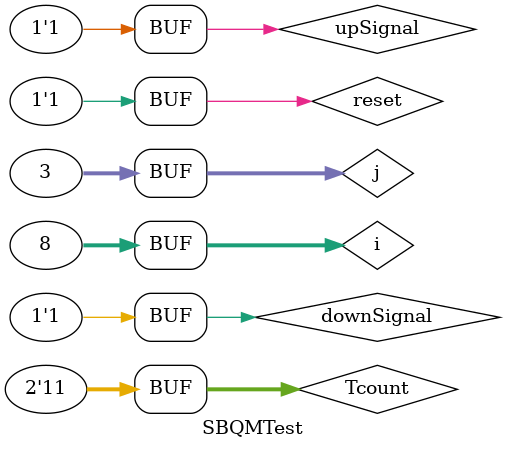
<source format=v>
module SBQMTest ();
    reg upSignal ;
    reg downSignal ;
    reg [1:0] Tcount; 
    reg reset ;
    wire [4:0] Wtime ;
    wire [2:0] Pcount ;
    wire fullFlag ;
    wire emptyFlag ; 


SBQM SBQMUT (
.upSignal(upSignal),
.downSignal(downSignal),
.Tcount(Tcount), 
.reset(reset), 
.Wtime(Wtime), 
.Pcount(Pcount), 
.fullFlag(fullFlag),
.emptyFlag(emptyFlag)
); 

integer i ; 
integer j ; 
initial begin
    reset = 0 ; 
    upSignal = 1 ; 
    downSignal = 1 ; 
    Tcount = 0 ; 
    #5;  
    reset = 1 ; 
    #5
    //the start value is zero now we will give 8 upSensor edges to test all cases and the wrapping
    for (i = 0  ; i < 8  ;i = i+1 ) begin 
        if (i < 4) begin //using i for Pcount and j for Tcount
            j = i ; 
        end
        else begin
            j = i - 4 ; 
        end
        upSignal = 0 ; 
        #5 ; 
        upSignal = 1 ; 
        Tcount = j ;
        #5 ; 
    end

    //the start value is 7 now we will give 8 downSensor edges to test all cases and the wrapping
    for (i = 0  ; i < 8  ;i = i+1 ) begin 
        if (i < 4) begin //using i for Pcount and j for Tcount
            j = i ; 
        end
        else begin
            j = i - 4 ; 
        end
        downSignal = 0 ; 
        #5 ; 
        downSignal = 1 ; 
        Tcount = j ;
        #5 ; 
    end
    
end
    
endmodule
</source>
